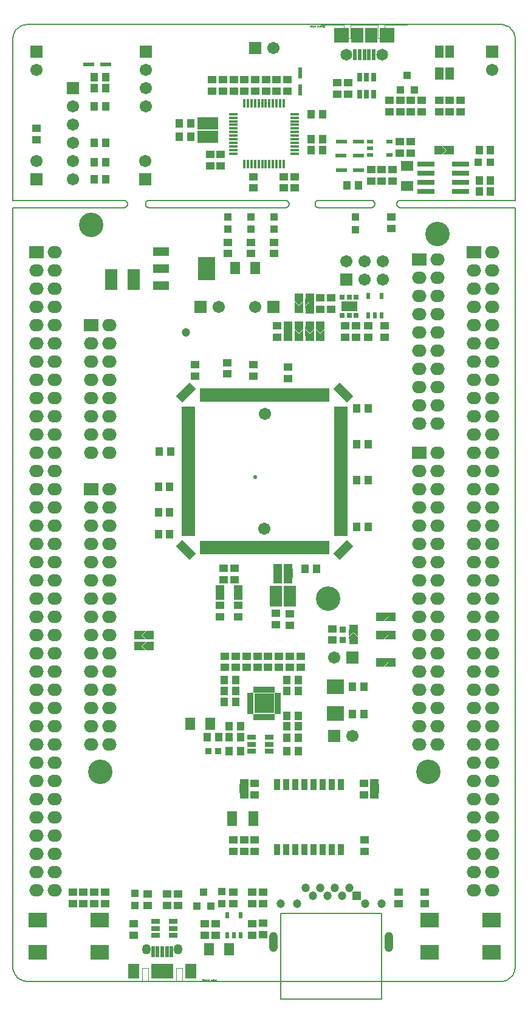
<source format=gbr>
%FSTAX23Y23*%
%MOIN*%
%SFA1B1*%

%IPPOS*%
%AMD119*
4,1,4,0.054300,0.020900,0.020900,0.054300,-0.054300,-0.020900,-0.020900,-0.054300,0.054300,0.020900,0.0*
%
%AMD120*
4,1,4,-0.020900,0.054300,-0.054300,0.020900,0.020900,-0.054300,0.054300,-0.020900,-0.020900,0.054300,0.0*
%
%ADD10R,0.039370X0.039370*%
%ADD39R,0.039370X0.039370*%
%ADD55C,0.005000*%
%ADD70C,0.003940*%
%ADD71C,0.001970*%
%ADD100R,0.051310X0.031620*%
%ADD101R,0.043430X0.047370*%
%ADD102R,0.047370X0.043430*%
%ADD103R,0.039500X0.043430*%
%ADD104R,0.033200X0.063120*%
%ADD105R,0.040000X0.048000*%
%ADD106R,0.048000X0.040000*%
%ADD107C,0.047370*%
%ADD108R,0.061150X0.023750*%
%ADD109R,0.023750X0.061150*%
%ADD110R,0.122170X0.082800*%
%ADD111R,0.067060X0.082800*%
%ADD112R,0.038000X0.024000*%
%ADD113R,0.015870X0.047370*%
%ADD114R,0.047370X0.015870*%
%ADD115R,0.024000X0.038000*%
%ADD116R,0.067060X0.114300*%
%ADD117R,0.047370X0.078870*%
%ADD118R,0.031620X0.051310*%
G04~CAMADD=119~9~0.0~0.0~473.7~1064.2~0.0~0.0~0~0.0~0.0~0.0~0.0~0~0.0~0.0~0.0~0.0~0~0.0~0.0~0.0~315.0~1086.0~1085.0*
%ADD119D119*%
G04~CAMADD=120~9~0.0~0.0~473.7~1064.2~0.0~0.0~0~0.0~0.0~0.0~0.0~0~0.0~0.0~0.0~0.0~0~0.0~0.0~0.0~45.0~1086.0~1085.0*
%ADD120D120*%
%ADD121R,0.019810X0.072960*%
%ADD122R,0.072960X0.019810*%
%ADD123R,0.094610X0.031620*%
%ADD124R,0.025720X0.027690*%
%ADD125R,0.086740X0.055240*%
%ADD126R,0.088000X0.048000*%
%ADD127R,0.098000X0.128000*%
%ADD128R,0.051310X0.067060*%
%ADD129R,0.038000X0.038000*%
%ADD130R,0.023750X0.061150*%
%ADD131R,0.058000X0.068000*%
%ADD132R,0.068000X0.058000*%
%ADD133R,0.067060X0.118240*%
%ADD134R,0.114300X0.067060*%
%ADD135R,0.053280X0.078870*%
%ADD136R,0.038000X0.038000*%
%ADD137R,0.019020X0.035170*%
%ADD138R,0.106420X0.106420*%
%ADD139R,0.035170X0.019020*%
%ADD140R,0.098550X0.078870*%
%ADD141R,0.094610X0.078870*%
%ADD142C,0.133980*%
%ADD143O,0.078870X0.067060*%
%ADD144R,0.078870X0.067060*%
%ADD145C,0.067060*%
%ADD146R,0.067060X0.067060*%
%ADD147O,0.049340X0.057210*%
%ADD148R,0.063120X0.082800*%
%ADD149R,0.078870X0.082800*%
%ADD150C,0.065090*%
%ADD151R,0.067060X0.067060*%
%ADD152O,0.047370X0.110360*%
%ADD153R,0.047370X0.047370*%
%ADD154C,0.023000*%
%LNmb1137-1*%
%LPD*%
G36*
X00315Y-00323D02*
X00305D01*
X00281Y-00299*
X00305Y-00275*
X00315*
Y-00323*
G37*
G36*
X01464Y-0031D02*
Y-0032D01*
X01416*
Y-0031*
X0144Y-00286*
X01464Y-0031*
G37*
G36*
X01646Y-003D02*
Y-00324D01*
X01608*
X01632Y-003*
X01608Y-00276*
X01646*
Y-003*
G37*
G36*
X00279Y-00299D02*
X00303Y-00323D01*
X00265*
Y-00299*
Y-00275*
X00303*
X00279Y-00299*
G37*
G36*
X01646Y-002D02*
Y-00224D01*
X01608*
X01632Y-002*
X01608Y-00176*
X01646*
Y-002*
G37*
G36*
X01048Y00022D02*
Y00012D01*
X01*
Y00022*
X01024Y00046*
X01048Y00022*
G37*
G36*
X01464Y-00308D02*
X0144Y-00284D01*
X01416Y-00308*
Y-0027*
X01464*
Y-00308*
G37*
G36*
X0163Y-002D02*
X01606Y-00224D01*
X01596*
Y-00176*
X01606*
X0163Y-002*
G37*
G36*
Y-003D02*
X01606Y-00324D01*
X01596*
Y-00276*
X01606*
X0163Y-003*
G37*
G36*
X00864Y-01156D02*
X0084Y-01132D01*
X00816Y-01156*
Y-01118*
X00864*
Y-01156*
G37*
G36*
X0158D02*
X01556Y-01132D01*
X01532Y-01156*
Y-01118*
X0158*
Y-01156*
G37*
G36*
X00864Y-01158D02*
Y-01168D01*
X00816*
Y-01158*
X0084Y-01134*
X00864Y-01158*
G37*
G36*
X0158D02*
Y-01168D01*
X01532*
Y-01158*
X01556Y-01134*
X0158Y-01158*
G37*
G36*
X00279Y-00359D02*
X00303Y-00383D01*
X00265*
Y-00359*
Y-00335*
X00303*
X00279Y-00359*
G37*
G36*
X00315Y-00383D02*
X00305D01*
X00281Y-00359*
X00305Y-00335*
X00315*
Y-00383*
G37*
G36*
X0163Y-0045D02*
X01606Y-00474D01*
X01596*
Y-00426*
X01606*
X0163Y-0045*
G37*
G36*
X01646D02*
Y-00474D01*
X01608*
X01632Y-0045*
X01608Y-00426*
X01646*
Y-0045*
G37*
G36*
X01224Y01505D02*
Y01495D01*
X01176*
Y01505*
X012Y01529*
X01224Y01505*
G37*
G36*
Y01507D02*
X012Y01531D01*
X01176Y01507*
Y01545*
X01224*
Y01507*
G37*
G36*
Y0138D02*
X012Y01356D01*
X01176Y0138*
Y0139*
X01224*
Y0138*
G37*
G36*
X01283D02*
X01259Y01356D01*
X01235Y0138*
Y0139*
X01283*
Y0138*
G37*
G36*
X01949Y0236D02*
X01925Y02336D01*
X01915*
Y02384*
X01925*
X01949Y0236*
G37*
G36*
X01965D02*
Y02336D01*
X01927*
X01951Y0236*
X01927Y02384*
X01965*
Y0236*
G37*
G36*
X01165Y01493D02*
X01117D01*
Y01531*
X01141Y01507*
X01165Y01531*
Y01493*
G37*
G36*
Y01533D02*
X01141Y01509D01*
X01117Y01533*
Y01543*
X01165*
Y01533*
G37*
G36*
Y0138D02*
X01141Y01356D01*
X01117Y0138*
Y0139*
X01165*
Y0138*
G37*
G36*
X01107Y00024D02*
X01083Y00048D01*
X01059Y00024*
Y00062*
X01107*
Y00024*
G37*
G36*
X01106Y01352D02*
Y01342D01*
X01058*
Y01352*
X01082Y01376*
X01106Y01352*
G37*
G36*
X01107Y00022D02*
Y00012D01*
X01059*
Y00022*
X01083Y00046*
X01107Y00022*
G37*
G36*
X01048Y00024D02*
X01024Y00048D01*
X01Y00024*
Y00062*
X01048*
Y00024*
G37*
G36*
X01283Y0134D02*
X01235D01*
Y01378*
X01259Y01354*
X01283Y01378*
Y0134*
G37*
G36*
X01106Y01354D02*
X01082Y01378D01*
X01058Y01354*
Y01392*
X01106*
Y01354*
G37*
G36*
X01165Y0134D02*
X01117D01*
Y01378*
X01141Y01354*
X01165Y01378*
Y0134*
G37*
G36*
X01224D02*
X01176D01*
Y01378*
X012Y01354*
X01224Y01378*
Y0134*
G37*
G54D10*
X00879Y01926D03*
Y01993D03*
X00751Y01926D03*
Y01993D03*
X01451Y01992D03*
Y01925D03*
X00242Y-01783D03*
Y-01716D03*
X01004Y01926D03*
Y01993D03*
X00719Y-01706D03*
Y-01773D03*
G54D39*
X02126Y02294D03*
X02193D03*
G54D55*
X-00427Y-02121D02*
D01*
X-00427Y-02126*
X-00427Y-02132*
X-00426Y-02137*
X-00424Y-02142*
X-00423Y-02148*
X-0042Y-02153*
X-00418Y-02158*
X-00415Y-02162*
X-00412Y-02167*
X-00409Y-02171*
X-00405Y-02175*
X-00401Y-02179*
X-00397Y-02183*
X-00393Y-02186*
X-00388Y-02189*
X-00383Y-02191*
X-00378Y-02194*
X-00373Y-02196*
X-00368Y-02197*
X-00362Y-02198*
X-00357Y-02199*
X-00351Y-02199*
X-00349Y-02199*
X02249Y-02199D02*
D01*
X02254Y-02199*
X0226Y-02199*
X02265Y-02198*
X0227Y-02196*
X02276Y-02195*
X02281Y-02192*
X02286Y-0219*
X0229Y-02187*
X02295Y-02184*
X02299Y-02181*
X02303Y-02177*
X02307Y-02173*
X02311Y-02169*
X02314Y-02165*
X02317Y-0216*
X02319Y-02155*
X02322Y-0215*
X02324Y-02145*
X02325Y-0214*
X02326Y-02134*
X02327Y-02129*
X02327Y-02123*
X02327Y-02121*
X01698Y02085D02*
D01*
X01696Y02084*
X01695Y02084*
X01693Y02084*
X01692Y02084*
X01691Y02083*
X0169Y02083*
X01688Y02082*
X01687Y02082*
X01686Y02081*
X01685Y0208*
X01684Y02079*
X01683Y02078*
X01682Y02077*
X01681Y02076*
X0168Y02075*
X0168Y02073*
X01679Y02072*
X01679Y02071*
X01678Y0207*
X01678Y02068*
X01678Y02067*
X01678Y02066*
Y02064*
X01678Y02063*
X01678Y02061*
X01678Y0206*
X01679Y02059*
X01679Y02057*
X0168Y02056*
X0168Y02055*
X01681Y02054*
X01682Y02053*
X01683Y02052*
X01684Y02051*
X01685Y0205*
X01686Y02049*
X01687Y02048*
X01688Y02047*
X0169Y02047*
X01691Y02046*
X01692Y02046*
X01693Y02046*
X01695Y02045*
X01696Y02045*
X01698Y02045*
X0125Y02085D02*
D01*
X01248Y02084*
X01247Y02084*
X01245Y02084*
X01244Y02084*
X01243Y02083*
X01241Y02083*
X0124Y02082*
X01239Y02082*
X01238Y02081*
X01237Y0208*
X01236Y02079*
X01235Y02078*
X01234Y02077*
X01233Y02076*
X01232Y02075*
X01232Y02073*
X01231Y02072*
X01231Y02071*
X0123Y0207*
X0123Y02068*
X0123Y02067*
X0123Y02066*
Y02064*
X0123Y02063*
X0123Y02061*
X0123Y0206*
X01231Y02059*
X01231Y02057*
X01232Y02056*
X01232Y02055*
X01233Y02054*
X01234Y02053*
X01235Y02052*
X01236Y02051*
X01237Y0205*
X01238Y02049*
X01239Y02048*
X0124Y02047*
X01241Y02047*
X01243Y02046*
X01244Y02046*
X01245Y02046*
X01247Y02045*
X01248Y02045*
X0125Y02045*
X01538D02*
D01*
X01539Y02045*
X01541Y02045*
X01542Y02046*
X01544Y02046*
X01545Y02046*
X01546Y02047*
X01547Y02047*
X01549Y02048*
X0155Y02049*
X01551Y0205*
X01552Y02051*
X01553Y02052*
X01554Y02053*
X01554Y02054*
X01555Y02055*
X01556Y02056*
X01556Y02057*
X01557Y02059*
X01557Y0206*
X01557Y02061*
X01558Y02063*
X01558Y02064*
Y02066*
X01558Y02067*
X01557Y02068*
X01557Y0207*
X01557Y02071*
X01556Y02072*
X01556Y02073*
X01555Y02075*
X01554Y02076*
X01554Y02077*
X01553Y02078*
X01552Y02079*
X01551Y0208*
X0155Y02081*
X01549Y02082*
X01547Y02082*
X01546Y02083*
X01545Y02083*
X01544Y02084*
X01542Y02084*
X01541Y02084*
X01539Y02084*
X01538Y02085*
X00182Y02045D02*
D01*
X00183Y02045*
X00185Y02045*
X00186Y02046*
X00187Y02046*
X00189Y02046*
X0019Y02047*
X00191Y02047*
X00192Y02048*
X00193Y02049*
X00194Y0205*
X00195Y02051*
X00196Y02052*
X00197Y02053*
X00198Y02054*
X00199Y02055*
X00199Y02056*
X002Y02057*
X00201Y02059*
X00201Y0206*
X00201Y02061*
X00201Y02063*
X00201Y02064*
Y02066*
X00201Y02067*
X00201Y02068*
X00201Y0207*
X00201Y02071*
X002Y02072*
X00199Y02073*
X00199Y02075*
X00198Y02076*
X00197Y02077*
X00196Y02078*
X00195Y02079*
X00194Y0208*
X00193Y02081*
X00192Y02082*
X00191Y02082*
X0019Y02083*
X00189Y02083*
X00187Y02084*
X00186Y02084*
X00185Y02084*
X00183Y02084*
X00182Y02085*
X0032D02*
D01*
X00318Y02084*
X00317Y02084*
X00315Y02084*
X00314Y02084*
X00313Y02083*
X00312Y02083*
X0031Y02082*
X00309Y02082*
X00308Y02081*
X00307Y0208*
X00306Y02079*
X00305Y02078*
X00304Y02077*
X00303Y02076*
X00303Y02075*
X00302Y02073*
X00301Y02072*
X00301Y02071*
X003Y0207*
X003Y02068*
X003Y02067*
X003Y02066*
Y02064*
X003Y02063*
X003Y02061*
X003Y0206*
X00301Y02059*
X00301Y02057*
X00302Y02056*
X00303Y02055*
X00303Y02054*
X00304Y02053*
X00305Y02052*
X00306Y02051*
X00307Y0205*
X00308Y02049*
X00309Y02048*
X0031Y02047*
X00312Y02047*
X00313Y02046*
X00314Y02046*
X00315Y02046*
X00317Y02045*
X00318Y02045*
X0032Y02045*
X01068D02*
D01*
X01069Y02045*
X0107Y02045*
X01072Y02046*
X01073Y02046*
X01074Y02046*
X01076Y02047*
X01077Y02047*
X01078Y02048*
X01079Y02049*
X0108Y0205*
X01081Y02051*
X01082Y02052*
X01083Y02053*
X01084Y02054*
X01085Y02055*
X01085Y02056*
X01086Y02057*
X01086Y02059*
X01087Y0206*
X01087Y02061*
X01087Y02063*
X01087Y02064*
Y02066*
X01087Y02067*
X01087Y02068*
X01087Y0207*
X01086Y02071*
X01086Y02072*
X01085Y02073*
X01085Y02075*
X01084Y02076*
X01083Y02077*
X01082Y02078*
X01081Y02079*
X0108Y0208*
X01079Y02081*
X01078Y02082*
X01077Y02082*
X01076Y02083*
X01074Y02083*
X01073Y02084*
X01072Y02084*
X0107Y02084*
X01069Y02084*
X01068Y02085*
X-00349Y03049D02*
D01*
X-00354Y03049*
X-0036Y03048*
X-00365Y03047*
X-0037Y03046*
X-00376Y03044*
X-00381Y03042*
X-00386Y0304*
X-0039Y03037*
X-00395Y03034*
X-00399Y03031*
X-00403Y03027*
X-00407Y03023*
X-00411Y03019*
X-00414Y03014*
X-00417Y0301*
X-00419Y03005*
X-00422Y03*
X-00424Y02995*
X-00425Y02989*
X-00426Y02984*
X-00427Y02979*
X-00427Y02973*
X-00427Y0297*
X02327D02*
D01*
X02327Y02976*
X02327Y02981*
X02326Y02987*
X02324Y02992*
X02323Y02997*
X02321Y03002*
X02318Y03007*
X02315Y03012*
X02312Y03017*
X02309Y03021*
X02305Y03025*
X02301Y03029*
X02297Y03032*
X02293Y03036*
X02288Y03039*
X02283Y03041*
X02278Y03043*
X02273Y03045*
X02268Y03047*
X02262Y03048*
X02257Y03049*
X02251Y03049*
X02249Y03049*
X-00349Y-022D02*
X02249D01*
X0125Y02045D02*
X01538D01*
X0125Y02085D02*
X01538D01*
X-00349Y03049D02*
X02249D01*
X0032Y02045D02*
X01068D01*
X0032Y02085D02*
X01068D01*
X01698Y02045D02*
X02327D01*
X01698Y02085D02*
X02327D01*
X-00427D02*
X00182D01*
X-00427Y02045D02*
X00182D01*
X-00427Y02085D02*
Y0297D01*
X02327Y-02121D02*
Y02045D01*
Y02085D02*
Y0297D01*
D01*
X-00427Y-02121D02*
Y02045D01*
X01043Y-01825D02*
X01594D01*
X01043Y-02297D02*
Y-01825D01*
X01594Y-02297D02*
Y-01825D01*
X01043Y-02297D02*
X01594D01*
X01043Y-02199D02*
X01594D01*
G54D70*
X00155Y-02199D02*
X0028D01*
Y-02125*
X00316*
Y-02199D02*
Y-02125D01*
Y-02199D02*
X00392D01*
X00467*
Y-02125*
X00503*
Y-02199D02*
Y-02125D01*
Y-02199D02*
X00628D01*
X01263Y03047D02*
X01388D01*
Y02973D02*
Y03047D01*
Y02973D02*
X01424D01*
Y03047*
X015*
X01575*
Y02973D02*
Y03047D01*
Y02973D02*
X01611D01*
Y03047*
X01736*
G54D71*
X00612Y-02186D02*
Y-02194D01*
X00615*
X00617Y-02193*
Y-02192*
X00615Y-0219*
X00612*
X00615*
X00617Y-02189*
Y-02188*
X00615Y-02186*
X00612*
X00621Y-02194D02*
X00623D01*
X00625Y-02193*
Y-0219*
X00623Y-02189*
X00621*
X00619Y-0219*
Y-02193*
X00621Y-02194*
X00629Y-02189D02*
X00631D01*
X00632Y-0219*
Y-02194*
X00629*
X00627Y-02193*
X00629Y-02192*
X00632*
X00635Y-02189D02*
Y-02194D01*
Y-02192*
X00636Y-0219*
X00638Y-02189*
X00639*
X00648Y-02186D02*
Y-02194D01*
X00644*
X00643Y-02193*
Y-0219*
X00644Y-02189*
X00648*
X00663Y-02194D02*
X0066D01*
X00659Y-02193*
Y-0219*
X0066Y-02189*
X00663*
X00664Y-0219*
Y-02192*
X00659*
X00672Y-02186D02*
Y-02194D01*
X00668*
X00667Y-02193*
Y-0219*
X00668Y-02189*
X00672*
X00677Y-02197D02*
X00678D01*
X0068Y-02195*
Y-02189*
X00676*
X00674Y-0219*
Y-02193*
X00676Y-02194*
X0068*
X00686D02*
X00684D01*
X00682Y-02193*
Y-0219*
X00684Y-02189*
X00686*
X00688Y-0219*
Y-02192*
X00682*
X0128Y03034D02*
Y03042D01*
X01276*
X01274Y03041*
Y0304*
X01276Y03038*
X0128*
X01276*
X01274Y03037*
Y03036*
X01276Y03034*
X0128*
X0127Y03042D02*
X01268D01*
X01266Y03041*
Y03038*
X01268Y03037*
X0127*
X01272Y03038*
Y03041*
X0127Y03042*
X01262Y03037D02*
X0126D01*
X01259Y03038*
Y03042*
X01262*
X01264Y03041*
X01262Y0304*
X01259*
X01256Y03037D02*
Y03042D01*
Y0304*
X01255Y03038*
X01253Y03037*
X01252*
X01243Y03034D02*
Y03042D01*
X01247*
X01248Y03041*
Y03038*
X01247Y03037*
X01243*
X01228Y03042D02*
X01231D01*
X01232Y03041*
Y03038*
X01231Y03037*
X01228*
X01227Y03038*
Y0304*
X01232*
X01219Y03034D02*
Y03042D01*
X01223*
X01224Y03041*
Y03038*
X01223Y03037*
X01219*
X01214Y03045D02*
X01213D01*
X01211Y03043*
Y03037*
X01215*
X01217Y03038*
Y03041*
X01215Y03042*
X01211*
X01205D02*
X01207D01*
X01209Y03041*
Y03038*
X01207Y03037*
X01205*
X01203Y03038*
Y0304*
X01209*
G54D100*
X00451Y-01871D03*
Y-01909D03*
Y-01946D03*
X00356D03*
Y-01909D03*
Y-01871D03*
X00883Y-00936D03*
Y-00899D03*
Y-00861D03*
X00977D03*
Y-00899D03*
Y-00936D03*
G54D101*
X01076Y-00606D03*
X01139D03*
Y-00547D03*
X01076D03*
Y-00742D03*
X01139D03*
X01076Y-00862D03*
X01139D03*
X01076Y-00801D03*
X01139D03*
X00733Y-00666D03*
X00796D03*
X01208Y02361D03*
X01271D03*
X00733Y-00548D03*
X00796D03*
Y-00607D03*
X00733D03*
X0213Y02134D03*
X02193D03*
X01076Y-00936D03*
X01139D03*
X00433Y00373D03*
X0037D03*
X0213Y0236D03*
X02193D03*
X00821Y-00861D03*
X00758D03*
X01208Y0242D03*
X01271D03*
X00018Y022D03*
X00081D03*
X00018Y02295D03*
X00081D03*
X00018Y024D03*
X00081D03*
X00018Y026D03*
X00081D03*
Y02759D03*
X00018D03*
Y027D03*
X00081D03*
X01497Y-00582D03*
X01434D03*
X00702Y-00861D03*
X00639D03*
X01497Y-00732D03*
X01434D03*
X00821Y-00801D03*
X00758D03*
X01522Y00945D03*
X01459D03*
X0037Y00252D03*
X00433D03*
X01522Y00295D03*
X01459D03*
X01522Y00551D03*
X01459D03*
X01522Y00748D03*
X01459D03*
X00375Y00708D03*
X00438D03*
X0037Y00512D03*
X00433D03*
X01176Y00065D03*
X01239D03*
X0213Y02193D03*
X02193D03*
X01208Y02558D03*
X01271D03*
X01469Y02168D03*
X01406D03*
X00485Y02508D03*
X00548D03*
X00485Y02432D03*
X00548D03*
X00821Y-00937D03*
X00758D03*
G54D102*
X00478Y-01721D03*
Y-01784D03*
X00419D03*
Y-01721D03*
X00236Y-01946D03*
Y-01883D03*
X00796Y-00415D03*
Y-00478D03*
X00747Y01195D03*
Y01132D03*
X01655Y02189D03*
Y02252D03*
X00855Y-00478D03*
Y-00415D03*
X00886Y-01773D03*
Y-0171D03*
X00944Y-01773D03*
Y-0171D03*
X01689Y-01773D03*
Y-0171D03*
X0115Y-00478D03*
Y-00415D03*
X00973Y-00478D03*
Y-00415D03*
X00736D03*
Y-00478D03*
X01522Y01397D03*
Y01334D03*
X00625Y-01945D03*
Y-01882D03*
X00684Y-01945D03*
Y-01882D03*
X00783Y-01773D03*
Y-0171D03*
X01091Y-00415D03*
Y-00478D03*
X00944Y-01944D03*
Y-01881D03*
X0161Y01397D03*
Y01334D03*
X00886Y-01882D03*
Y-01945D03*
X00311Y-01784D03*
Y-01721D03*
X00788Y00003D03*
Y00066D03*
X00729Y00003D03*
Y00066D03*
X-001Y-01773D03*
Y-0171D03*
X-00041Y-01773D03*
Y-0171D03*
X00077Y-01773D03*
Y-0171D03*
X01648Y01993D03*
Y0193D03*
X01352Y02729D03*
Y02666D03*
X01411D03*
Y02729D03*
X01756Y02569D03*
Y02632D03*
X01697D03*
Y02569D03*
X01815Y02632D03*
Y02569D03*
X-003Y02481D03*
Y02418D03*
X02029Y02632D03*
Y02569D03*
X0191D03*
Y02632D03*
X01969Y02569D03*
Y02632D03*
X01117Y02215D03*
Y02152D03*
X00713Y02273D03*
Y02336D03*
X00654Y02273D03*
Y02336D03*
X00842Y02684D03*
Y02747D03*
X00666D03*
Y02684D03*
X00725Y02747D03*
Y02684D03*
X0096Y02747D03*
Y02684D03*
X01019D03*
Y02747D03*
X01078D03*
Y02684D03*
X01004Y01792D03*
Y01855D03*
X01639Y02632D03*
Y02569D03*
X00914Y-00478D03*
Y-00415D03*
X01497Y-01176D03*
Y-01113D03*
X00573Y01182D03*
Y01119D03*
X01082Y01171D03*
Y01108D03*
X00891Y01182D03*
Y01119D03*
X01324Y-00328D03*
Y-00265D03*
X0183Y-01773D03*
Y-0171D03*
X01091Y-00245D03*
Y-00182D03*
X01016Y-00244D03*
Y-00181D03*
X00807Y-00199D03*
Y-00136D03*
X00709Y-00199D03*
Y-00136D03*
X00018Y-01773D03*
Y-0171D03*
X01259Y01487D03*
Y0155D03*
X01396Y01397D03*
Y01334D03*
X01318Y0155D03*
Y01487D03*
X01455Y01334D03*
Y01397D03*
X01058Y02215D03*
Y02152D03*
X0089Y02215D03*
Y02152D03*
X00784Y02684D03*
Y02747D03*
X01696Y02408D03*
Y02345D03*
X01596Y02252D03*
Y02189D03*
X01755Y02345D03*
Y02408D03*
X01537Y02252D03*
Y02189D03*
X00901Y02684D03*
Y02747D03*
X01032Y-00415D03*
Y-00478D03*
X00899Y-01113D03*
Y-01176D03*
Y-01422D03*
Y-01485D03*
X01501Y-01422D03*
Y-01485D03*
X00781D03*
Y-01422D03*
X0084Y-01485D03*
Y-01422D03*
X00878Y01792D03*
Y01855D03*
X0075Y01792D03*
Y01855D03*
X01023Y01397D03*
Y01334D03*
G54D103*
X00619Y-01709D03*
X00657Y-01788D03*
X0058D03*
X01736Y0277D03*
X01774Y02691D03*
X01697D03*
G54D104*
X01372Y-0112D03*
X01322D03*
X01272D03*
X01222D03*
X01172D03*
X01122D03*
X01072D03*
X01022D03*
X01372Y-01475D03*
X01322D03*
X01272D03*
X01222D03*
X01172D03*
X01122D03*
X01072D03*
X01022D03*
G54D105*
X01586Y-003D03*
X01653D03*
X00325Y-00299D03*
X00258D03*
X01586Y-002D03*
X01653D03*
X01586Y-0045D03*
X01653D03*
X00325Y-00359D03*
X00258D03*
X01905Y0236D03*
X01972D03*
G54D106*
X01082Y01332D03*
Y014D03*
X0144Y-0033D03*
Y-00262D03*
X01259Y014D03*
Y01332D03*
X0084Y-01178D03*
Y-01111D03*
X012Y01485D03*
Y01552D03*
Y014D03*
Y01332D03*
X01141Y014D03*
Y01332D03*
X01556Y-01178D03*
Y-01111D03*
X01141Y01486D03*
Y01553D03*
X01024Y00069D03*
Y00002D03*
X01083Y00069D03*
Y00002D03*
G54D107*
X00522Y01361D03*
X01506Y-01773D03*
X01178Y-01687D03*
X01218Y-0173D03*
X01258Y-01687D03*
X01298Y-0173D03*
X01339Y-01687D03*
X01379Y-0173D03*
X01419Y-01687D03*
X01596Y-01773D03*
X01131D03*
X01041D03*
G54D108*
X01373Y0233D03*
X01468D03*
X01374Y02251D03*
X01469D03*
X01374Y02408D03*
X01469D03*
X-00013Y0283D03*
X00081D03*
G54D109*
X00443Y-02037D03*
X00417D03*
X00392D03*
X00366D03*
X0034D03*
X01551Y02885D03*
X01525D03*
X015D03*
X01474D03*
X01448D03*
G54D110*
X00392Y-02142D03*
G54D111*
X0146Y02991D03*
X01539D03*
G54D112*
X01638Y02408D03*
Y02333D03*
X01531Y02371D03*
Y02333D03*
Y02408D03*
G54D113*
X00959Y02617D03*
X00979D03*
X01038D03*
X01018D03*
X00999D03*
X00959Y02282D03*
X00861Y02617D03*
X00979Y02282D03*
X01038D03*
X00861D03*
X0092Y02617D03*
X01058D03*
X00881Y02282D03*
X0092D03*
X009D03*
X00841D03*
X0094D03*
X00841Y02617D03*
X00881D03*
X00999Y02282D03*
X0094Y02617D03*
X009D03*
X01018Y02282D03*
X01058D03*
G54D114*
X00782Y02381D03*
Y0242D03*
X01117Y02538D03*
X00782Y02499D03*
Y02361D03*
X01117Y0244D03*
X00782Y02518D03*
Y02538D03*
X01117Y0242D03*
X00782Y02479D03*
Y02459D03*
X01117Y02518D03*
X00782Y0244D03*
X01117Y02361D03*
Y02381D03*
Y02341D03*
X00782D03*
X01117Y02479D03*
Y02499D03*
Y024D03*
Y02459D03*
X00782Y02558D03*
Y024D03*
X01117Y02558D03*
G54D115*
X01522Y01559D03*
X01596D03*
X01559Y01452D03*
X01596D03*
X01522D03*
X00747Y-01945D03*
X00822D03*
X00785D03*
X00822Y-01838D03*
X00747D03*
G54D116*
X01015Y-00088D03*
X0109D03*
G54D117*
X00807Y-00065D03*
X00708D03*
G54D118*
X0155Y02666D03*
X01513D03*
X01475D03*
Y02761D03*
X01513D03*
X0155D03*
G54D119*
X01385Y00168D03*
X00522Y01031D03*
G54D120*
X01385Y01031D03*
X00522Y00168D03*
G54D121*
X00609Y00181D03*
X00629D03*
X00648D03*
X00668D03*
X00688D03*
X00707D03*
X00727D03*
X00747D03*
X00766D03*
X00786D03*
X00806D03*
X00826D03*
X00845D03*
X00865D03*
X00885D03*
X00904D03*
X00924D03*
X00944D03*
X00963D03*
X00983D03*
X01003D03*
X01022D03*
X01042D03*
X01062D03*
X01081D03*
X01101D03*
X01121D03*
X01141D03*
X0116D03*
X0118D03*
X012D03*
X01219D03*
X01239D03*
X01259D03*
X01278D03*
X01298D03*
Y01018D03*
X01278D03*
X01259D03*
X01239D03*
X01219D03*
X012D03*
X0118D03*
X0116D03*
X01141D03*
X01121D03*
X01101D03*
X01081D03*
X01062D03*
X01042D03*
X01022D03*
X01003D03*
X00983D03*
X00963D03*
X00944D03*
X00924D03*
X00904D03*
X00885D03*
X00865D03*
X00845D03*
X00826D03*
X00806D03*
X00786D03*
X00766D03*
X00747D03*
X00727D03*
X00707D03*
X00688D03*
X00668D03*
X00648D03*
X00629D03*
X00609D03*
G54D122*
X01372Y00255D03*
Y00275D03*
Y00294D03*
Y00314D03*
Y00334D03*
Y00353D03*
Y00373D03*
Y00393D03*
Y00412D03*
Y00432D03*
Y00452D03*
Y00472D03*
Y00491D03*
Y00511D03*
Y00531D03*
Y0055D03*
Y0057D03*
Y0059D03*
Y00609D03*
Y00629D03*
Y00649D03*
Y00668D03*
Y00688D03*
Y00708D03*
Y00727D03*
Y00747D03*
Y00767D03*
Y00787D03*
Y00806D03*
Y00826D03*
Y00846D03*
Y00865D03*
Y00885D03*
Y00905D03*
Y00924D03*
Y00944D03*
X00535D03*
Y00924D03*
Y00905D03*
Y00885D03*
Y00865D03*
Y00846D03*
Y00826D03*
Y00806D03*
Y00787D03*
Y00767D03*
Y00747D03*
Y00727D03*
Y00708D03*
Y00688D03*
Y00668D03*
Y00649D03*
Y00629D03*
Y00609D03*
Y0059D03*
Y0057D03*
Y0055D03*
Y00531D03*
Y00511D03*
Y00491D03*
Y00472D03*
Y00452D03*
Y00432D03*
Y00412D03*
Y00393D03*
Y00373D03*
Y00353D03*
Y00334D03*
Y00314D03*
Y00294D03*
Y00275D03*
Y00255D03*
G54D123*
X02028Y02134D03*
Y02184D03*
Y02234D03*
Y02284D03*
X01837Y02134D03*
Y02184D03*
Y02234D03*
Y02284D03*
G54D124*
X01379Y01452D03*
X01417D03*
X01379Y01555D03*
X01454D03*
X01417D03*
X01454Y01452D03*
G54D125*
X01417Y01504D03*
G54D126*
X00385Y01711D03*
Y01618D03*
Y01804D03*
G54D127*
X00635Y01711D03*
G54D128*
X0191Y029D03*
Y02781D03*
X01969D03*
Y029D03*
G54D129*
X01382Y-0027D03*
Y-00325D03*
G54D130*
X01147Y0269D03*
Y02785D03*
G54D131*
X00544Y-00785D03*
X00654D03*
X00758Y-02024D03*
X00648D03*
X00903Y01712D03*
X00793D03*
G54D132*
X01735Y02164D03*
Y02274D03*
G54D133*
X00111Y01651D03*
X00234D03*
G54D134*
X00642Y02432D03*
Y02507D03*
G54D135*
X00893Y-01306D03*
X00774D03*
G54D136*
X00699Y-00936D03*
X00644D03*
G54D137*
X0092Y-00749D03*
X0094D03*
X00999D03*
X00979D03*
X00959D03*
X009D03*
Y-00599D03*
X0092D03*
X0094D03*
X00959D03*
X00979D03*
X00999D03*
G54D138*
X0095Y-00674D03*
G54D139*
X00875Y-00723D03*
Y-00703D03*
Y-00684D03*
Y-00664D03*
Y-00644D03*
Y-00625D03*
X01024D03*
Y-00644D03*
Y-00664D03*
Y-00684D03*
Y-00703D03*
Y-00723D03*
G54D140*
X02199Y-02041D03*
X01858D03*
Y-01864D03*
X02199D03*
X00048D03*
X-00292D03*
Y-02041D03*
X00048D03*
G54D141*
X01342Y-00731D03*
Y-00582D03*
G54D142*
X013Y-001D03*
X019Y019D03*
X0Y0195D03*
X0005Y-0105D03*
X0185D03*
G54D143*
X019Y-009D03*
X018D03*
Y-008D03*
X019D03*
Y-002D03*
X018D03*
X019Y007D03*
X018Y006D03*
X019D03*
X018Y005D03*
X019D03*
X018Y004D03*
X019D03*
X018Y003D03*
X019D03*
X018Y002D03*
X019D03*
Y0D03*
X018D03*
X019Y001D03*
X018D03*
Y-001D03*
X019D03*
Y-006D03*
X018D03*
Y-004D03*
X019D03*
X018Y-005D03*
X019D03*
Y-003D03*
X018D03*
Y-007D03*
X019D03*
Y0096D03*
X018D03*
Y0116D03*
X019D03*
X018Y0106D03*
X019D03*
Y0126D03*
X018D03*
X019Y0136D03*
X018D03*
X019Y0146D03*
X018D03*
X019Y0156D03*
X018D03*
X019Y0166D03*
X018D03*
X019Y0176D03*
X018Y0086D03*
X019D03*
X001Y-004D03*
X0D03*
X001Y005D03*
X0Y004D03*
X001D03*
X0Y003D03*
X001D03*
X0Y002D03*
X001D03*
X0Y001D03*
X001D03*
X0Y0D03*
X001D03*
Y-002D03*
X0D03*
X001Y-001D03*
X0D03*
Y-003D03*
X001D03*
Y-008D03*
X0D03*
Y-006D03*
X001D03*
X0Y-007D03*
X001D03*
Y-005D03*
X0D03*
Y-009D03*
X001D03*
X0Y008D03*
X001D03*
X0Y007D03*
X001D03*
Y009D03*
X0D03*
X001Y01D03*
X0D03*
X001Y011D03*
X0D03*
X001Y012D03*
X0D03*
X001Y013D03*
X0D03*
X001Y014D03*
X022Y-01701D03*
X021D03*
X022Y01799D03*
X021Y01399D03*
Y01499D03*
Y01599D03*
Y01699D03*
Y01299D03*
Y00799D03*
Y01199D03*
Y01099D03*
Y00999D03*
Y00899D03*
Y00299D03*
Y00699D03*
Y00599D03*
Y00499D03*
Y00399D03*
Y-00201D03*
Y00199D03*
Y00099D03*
Y-00001D03*
Y-00101D03*
Y-00301D03*
Y-00401D03*
Y-00501D03*
Y-00601D03*
Y-01601D03*
Y-01501D03*
Y-01401D03*
Y-01301D03*
Y-01101D03*
Y-01001D03*
Y-00901D03*
Y-00801D03*
Y-01201D03*
Y-00701D03*
X022D03*
Y-01201D03*
Y-00801D03*
Y-00901D03*
Y-01001D03*
Y-01101D03*
Y-01301D03*
Y-01401D03*
Y-01501D03*
Y-01601D03*
Y-00601D03*
Y-00501D03*
Y-00401D03*
Y-00301D03*
Y-00101D03*
Y-00001D03*
Y00099D03*
Y00199D03*
Y-00201D03*
Y00399D03*
Y00499D03*
Y00599D03*
Y00699D03*
Y00299D03*
Y00899D03*
Y00999D03*
Y01099D03*
Y01199D03*
Y00799D03*
Y01299D03*
Y01699D03*
Y01599D03*
Y01499D03*
Y01399D03*
X-002Y-017D03*
X-003D03*
X-002Y018D03*
X-003Y014D03*
Y015D03*
Y016D03*
Y017D03*
Y013D03*
Y008D03*
Y012D03*
Y011D03*
Y01D03*
Y009D03*
Y003D03*
Y007D03*
Y006D03*
Y005D03*
Y004D03*
Y-002D03*
Y002D03*
Y001D03*
Y0D03*
Y-001D03*
Y-003D03*
Y-004D03*
Y-005D03*
Y-006D03*
Y-016D03*
Y-015D03*
Y-014D03*
Y-013D03*
Y-011D03*
Y-01D03*
Y-009D03*
Y-008D03*
Y-012D03*
Y-007D03*
X-002D03*
Y-012D03*
Y-008D03*
Y-009D03*
Y-01D03*
Y-011D03*
Y-013D03*
Y-014D03*
Y-015D03*
Y-016D03*
Y-006D03*
Y-005D03*
Y-004D03*
Y-003D03*
Y-001D03*
Y0D03*
Y001D03*
Y002D03*
Y-002D03*
Y004D03*
Y005D03*
Y006D03*
Y007D03*
Y003D03*
Y009D03*
Y01D03*
Y011D03*
Y012D03*
Y008D03*
Y013D03*
Y017D03*
Y016D03*
Y015D03*
Y014D03*
G54D144*
X018Y007D03*
Y0176D03*
X0Y005D03*
Y014D03*
X021Y01799D03*
X-003Y018D03*
G54D145*
X01435Y-00854D03*
X007Y015D03*
X00954Y00914D03*
X00953Y00285D03*
X01335Y-00422D03*
X009Y015D03*
X-003Y023D03*
X01Y0292D03*
X-003Y028D03*
X022D03*
X00299Y023D03*
X003Y026D03*
Y027D03*
Y028D03*
X-001Y023D03*
Y024D03*
Y025D03*
Y026D03*
Y022D03*
X014Y0175D03*
X015Y0165D03*
Y0175D03*
X016Y0165D03*
Y0175D03*
G54D146*
X01335Y-00854D03*
X006Y015D03*
X01435Y-00422D03*
X01Y015D03*
X009Y0292D03*
X014Y0165D03*
G54D147*
X00479Y-02024D03*
X00304D03*
G54D148*
X00234Y-02142D03*
X00549D03*
G54D149*
X01374Y02991D03*
X01625D03*
G54D150*
X01598Y02885D03*
X01401D03*
G54D151*
X-003Y022D03*
Y029D03*
X022D03*
X00299Y022D03*
X003Y029D03*
X-001Y027D03*
G54D152*
X01635Y-01982D03*
X01002D03*
G54D153*
X01459Y-0173D03*
G54D154*
X009Y00566D03*
M02*
</source>
